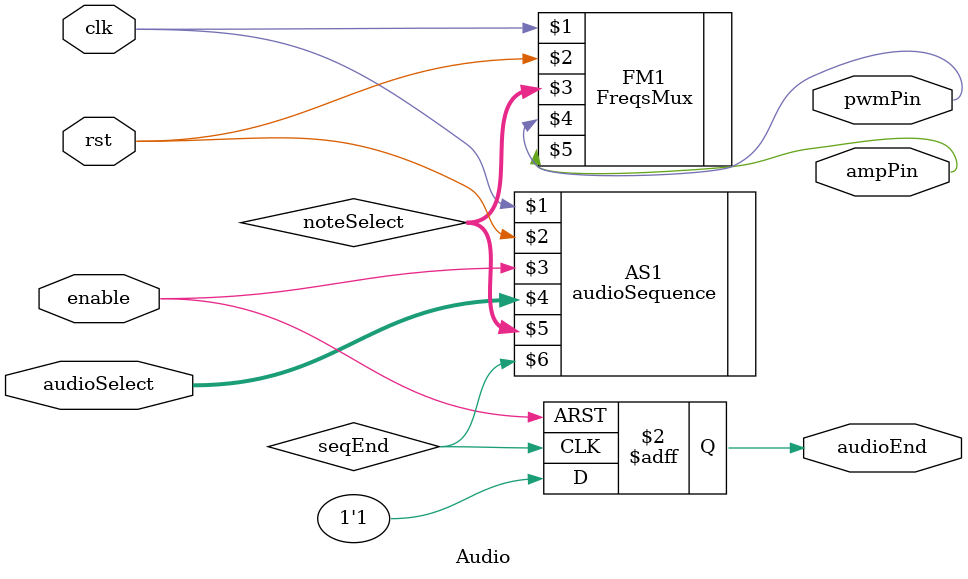
<source format=v>
`timescale 1ns / 1ps


module Audio(
    input clk,
    input rst,
    input enable,
    input [2:0] audioSelect,      // from FSM
    output reg audioEnd,          // to FSM   
    output pwmPin,                // to GAME 
    output ampPin                 // to GAME  
    );
    
    // Take in a enable signal from FSM for 1 clk cycle
    
    always @(posedge enable, posedge seqEnd)begin
        if(enable) audioEnd <= 0;                   // Turns off seqEnd when FSM enables a sequence 
        else if(seqEnd) audioEnd <= 1;              // Turns on seqEnd when sequnce is finished
    end
    
    wire [3:0] noteSelect;    // from audioSequence to FreqsMux
    
 
    // Frequency Select (stores all used frequencies)
//    input clk,
//    input rst,
//    input [3:0] noteSelect,
//    output pwmPin,
//    output ampPin
    FreqsMux FM1 (clk, rst, noteSelect, pwmPin, ampPin);
    
//    input clk,
//    input reset,
//    input enable,         
//    input [2:0] audioSelect,
//    output reg [3:0] noteSelect,
//    output reg seqEnd

    // imbedded sequences for all screen
    audioSequence AS1 (clk, rst, enable, audioSelect, noteSelect, seqEnd);
        


endmodule

</source>
